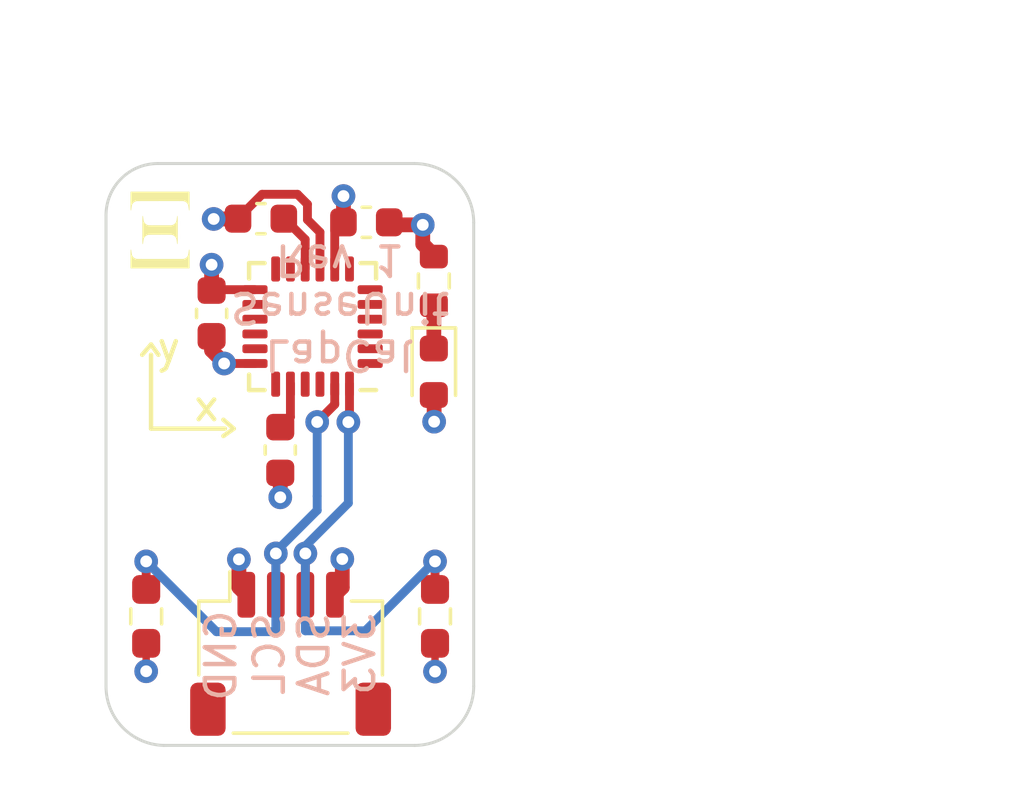
<source format=kicad_pcb>
(kicad_pcb (version 20211014) (generator pcbnew)
  (layers (0 "F.Cu" signal) (1 "In1.Cu" power) (2 "In2.Cu" power) (31 "B.Cu" signal) (34 "B.Paste" user) (35 "F.Paste" user) (36 "B.SilkS" user "B.Silkscreen") (37 "F.SilkS" user "F.Silkscreen") (38 "B.Mask" user) (39 "F.Mask" user) (44 "Edge.Cuts" user))
  (net 0 "")
  (net 1 "Net-(C1-Pad1)")
  (net 2 "GND")
  (net 3 "+3V3")
  (net 4 "Net-(C3-Pad1)")
  (net 5 "SCL")
  (net 6 "SDA")
  (net 10 "Net-(D1-Pad1)")
  (footprint "Capacitor_SMD:C_0603_1608Metric" (layer "F.Cu") (at 151.895 109.866 180)
    (fp_text reference "C1")
    (fp_text value "0.1uF")
    (fp_line (start -0.14058 0.51) (end 0.14058 0.51) (layer "F.SilkS") (width 0.12))
    (fp_line (start -0.14058 -0.51) (end 0.14058 -0.51) (layer "F.SilkS") (width 0.12))
    (pad "1" smd roundrect (at -0.775 0 180) (size 0.9 0.95) (layers "F.Cu" "F.Paste" "F.Mask") (net 1 "Net-(C1-Pad1)"))
    (pad "2" smd roundrect (at 0.775 0 180) (size 0.9 0.95) (layers "F.Cu" "F.Paste" "F.Mask") (net 2 "GND"))
  )
  (footprint "Sensor_Motion:InvenSense_QFN-24_4x4mm_P0.5mm" (layer "F.Cu") (at 153.644 113.52 180)
    (fp_text reference "U1")
    (fp_text value "MPU-6050")
    (fp_line (start 2.15 -2.15) (end 2.15 -1.625) (layer "F.SilkS") (width 0.15))
    (fp_line (start 2.15 -2.15) (end 1.625 -2.15) (layer "F.SilkS") (width 0.15))
    (fp_line (start 2.15 2.15) (end 1.625 2.15) (layer "F.SilkS") (width 0.15))
    (fp_line (start -2.15 2.15) (end -2.15 1.625) (layer "F.SilkS") (width 0.15))
    (fp_line (start -2.15 -2.15) (end -1.625 -2.15) (layer "F.SilkS") (width 0.15))
    (fp_line (start 2.15 2.15) (end 2.15 1.625) (layer "F.SilkS") (width 0.15))
    (fp_line (start -2.15 2.15) (end -1.625 2.15) (layer "F.SilkS") (width 0.15))
    (pad "1" smd roundrect (at -1.95 -1.25 180) (size 0.85 0.3) (layers "F.Cu" "F.Paste" "F.Mask"))
    (pad "2" smd roundrect (at -1.95 -0.75 180) (size 0.85 0.3) (layers "F.Cu" "F.Paste" "F.Mask"))
    (pad "3" smd roundrect (at -1.95 -0.25 180) (size 0.85 0.3) (layers "F.Cu" "F.Paste" "F.Mask"))
    (pad "4" smd roundrect (at -1.95 0.25 180) (size 0.85 0.3) (layers "F.Cu" "F.Paste" "F.Mask"))
    (pad "5" smd roundrect (at -1.95 0.75 180) (size 0.85 0.3) (layers "F.Cu" "F.Paste" "F.Mask"))
    (pad "6" smd roundrect (at -1.95 1.25 180) (size 0.85 0.3) (layers "F.Cu" "F.Paste" "F.Mask"))
    (pad "7" smd roundrect (at -1.25 1.95 270) (size 0.85 0.3) (layers "F.Cu" "F.Paste" "F.Mask"))
    (pad "8" smd roundrect (at -0.75 1.95 270) (size 0.85 0.3) (layers "F.Cu" "F.Paste" "F.Mask") (net 3 "+3V3"))
    (pad "9" smd roundrect (at -0.25 1.95 270) (size 0.85 0.3) (layers "F.Cu" "F.Paste" "F.Mask") (net 2 "GND"))
    (pad "10" smd roundrect (at 0.25 1.95 270) (size 0.85 0.3) (layers "F.Cu" "F.Paste" "F.Mask") (net 1 "Net-(C1-Pad1)"))
    (pad "11" smd roundrect (at 0.75 1.95 270) (size 0.85 0.3) (layers "F.Cu" "F.Paste" "F.Mask"))
    (pad "12" smd roundrect (at 1.25 1.95 270) (size 0.85 0.3) (layers "F.Cu" "F.Paste" "F.Mask"))
    (pad "13" smd roundrect (at 1.95 1.25 180) (size 0.85 0.3) (layers "F.Cu" "F.Paste" "F.Mask") (net 3 "+3V3"))
    (pad "14" smd roundrect (at 1.95 0.75 180) (size 0.85 0.3) (layers "F.Cu" "F.Paste" "F.Mask"))
    (pad "15" smd roundrect (at 1.95 0.25 180) (size 0.85 0.3) (layers "F.Cu" "F.Paste" "F.Mask"))
    (pad "16" smd roundrect (at 1.95 -0.25 180) (size 0.85 0.3) (layers "F.Cu" "F.Paste" "F.Mask"))
    (pad "17" smd roundrect (at 1.95 -0.75 180) (size 0.85 0.3) (layers "F.Cu" "F.Paste" "F.Mask"))
    (pad "18" smd roundrect (at 1.95 -1.25 180) (size 0.85 0.3) (layers "F.Cu" "F.Paste" "F.Mask") (net 2 "GND"))
    (pad "19" smd roundrect (at 1.25 -1.95 270) (size 0.85 0.3) (layers "F.Cu" "F.Paste" "F.Mask"))
    (pad "20" smd roundrect (at 0.75 -1.95 270) (size 0.85 0.3) (layers "F.Cu" "F.Paste" "F.Mask") (net 4 "Net-(C3-Pad1)"))
    (pad "21" smd roundrect (at 0.25 -1.95 270) (size 0.85 0.3) (layers "F.Cu" "F.Paste" "F.Mask"))
    (pad "22" smd roundrect (at -0.25 -1.95 270) (size 0.85 0.3) (layers "F.Cu" "F.Paste" "F.Mask"))
    (pad "23" smd roundrect (at -0.75 -1.95 270) (size 0.85 0.3) (layers "F.Cu" "F.Paste" "F.Mask") (net 5 "SCL"))
    (pad "24" smd roundrect (at -1.25 -1.95 270) (size 0.85 0.3) (layers "F.Cu" "F.Paste" "F.Mask") (net 6 "SDA"))
  )
  (footprint "Resistor_SMD:R_0603_1608Metric" (layer "F.Cu") (at 157.75 111.975 -90)
    (fp_text reference "R1")
    (fp_text value "2k")
    (fp_line (start -0.237258 -0.5225) (end 0.237258 -0.5225) (layer "F.SilkS") (width 0.12))
    (fp_line (start -0.237258 0.5225) (end 0.237258 0.5225) (layer "F.SilkS") (width 0.12))
    (pad "1" smd roundrect locked (at -0.825 0 270) (size 0.8 0.95) (layers "F.Cu" "F.Paste" "F.Mask") (net 2 "GND"))
    (pad "2" smd roundrect locked (at 0.825 0 270) (size 0.8 0.95) (layers "F.Cu" "F.Paste" "F.Mask") (net 10 "Net-(D1-Pad1)"))
  )
  (footprint "Capacitor_SMD:C_0603_1608Metric" (layer "F.Cu") (at 150.225 113.075 -90)
    (fp_text reference "C2")
    (fp_text value "0.1uF")
    (fp_line (start -0.14058 -0.51) (end 0.14058 -0.51) (layer "F.SilkS") (width 0.12))
    (fp_line (start -0.14058 0.51) (end 0.14058 0.51) (layer "F.SilkS") (width 0.12))
    (pad "1" smd roundrect (at -0.775 0 270) (size 0.9 0.95) (layers "F.Cu" "F.Paste" "F.Mask") (net 3 "+3V3"))
    (pad "2" smd roundrect (at 0.775 0 270) (size 0.9 0.95) (layers "F.Cu" "F.Paste" "F.Mask") (net 2 "GND"))
  )
  (footprint "MountingHole:MountingHole_2.1mm" (layer "F.Cu") (at 156.55 118.9)
    (fp_text reference "H1")
    (fp_text value "MountingHole")
    (pad "" np_thru_hole circle (at 0 0) (size 2.1 2.1) (drill 2.1) (layers *.Cu *.Mask))
  )
  (footprint "Resistor_SMD:R_0603_1608Metric_Pad0.98x0.95mm_HandSolder" (layer "F.Cu") (at 157.79 123.3325 90)
    (fp_text reference "R2")
    (fp_text value "4k7")
    (fp_line (start -0.254724 -0.5225) (end 0.254724 -0.5225) (layer "F.SilkS") (width 0.12))
    (fp_line (start -0.254724 0.5225) (end 0.254724 0.5225) (layer "F.SilkS") (width 0.12))
    (pad "1" smd roundrect locked (at -0.9125 0 90) (size 0.975 0.95) (layers "F.Cu" "F.Paste" "F.Mask") (net 3 "+3V3"))
    (pad "2" smd roundrect locked (at 0.9125 0 90) (size 0.975 0.95) (layers "F.Cu" "F.Paste" "F.Mask") (net 6 "SDA"))
  )
  (footprint "Capacitor_SMD:C_0603_1608Metric" (layer "F.Cu") (at 155.464 109.99)
    (fp_text reference "C4")
    (fp_text value "10nF")
    (fp_line (start -0.14058 -0.51) (end 0.14058 -0.51) (layer "F.SilkS") (width 0.12))
    (fp_line (start -0.14058 0.51) (end 0.14058 0.51) (layer "F.SilkS") (width 0.12))
    (pad "1" smd roundrect (at -0.775 0) (size 0.9 0.95) (layers "F.Cu" "F.Paste" "F.Mask") (net 3 "+3V3"))
    (pad "2" smd roundrect (at 0.775 0) (size 0.9 0.95) (layers "F.Cu" "F.Paste" "F.Mask") (net 2 "GND"))
  )
  (footprint "Capacitor_SMD:C_0603_1608Metric" (layer "F.Cu") (at 152.55 117.7 -90)
    (fp_text reference "C3")
    (fp_text value "2.2nF")
    (fp_line (start -0.14058 0.51) (end 0.14058 0.51) (layer "F.SilkS") (width 0.12))
    (fp_line (start -0.14058 -0.51) (end 0.14058 -0.51) (layer "F.SilkS") (width 0.12))
    (pad "1" smd roundrect locked (at -0.775 0 270) (size 0.9 0.95) (layers "F.Cu" "F.Paste" "F.Mask") (net 4 "Net-(C3-Pad1)"))
    (pad "2" smd roundrect locked (at 0.775 0 270) (size 0.9 0.95) (layers "F.Cu" "F.Paste" "F.Mask") (net 2 "GND"))
  )
  (footprint "Resistor_SMD:R_0603_1608Metric_Pad0.98x0.95mm_HandSolder" (layer "F.Cu") (at 148.01 123.3325 90)
    (fp_text reference "R3")
    (fp_text value "4k7")
    (fp_line (start -0.254724 -0.5225) (end 0.254724 -0.5225) (layer "F.SilkS") (width 0.12))
    (fp_line (start -0.254724 0.5225) (end 0.254724 0.5225) (layer "F.SilkS") (width 0.12))
    (pad "1" smd roundrect locked (at -0.9125 0 90) (size 0.975 0.95) (layers "F.Cu" "F.Paste" "F.Mask") (net 3 "+3V3"))
    (pad "2" smd roundrect locked (at 0.9125 0 90) (size 0.975 0.95) (layers "F.Cu" "F.Paste" "F.Mask") (net 5 "SCL"))
  )
  (footprint "xi-logo:xi-logo" (layer "F.Cu") (at 148.48 110.25)
    (fp_text reference "G***")
    (fp_text value "LOGO" hide)
    (fp_poly (pts (xy 0.987555 0.661821) (xy 0.98803 0.662012) (xy 0.989609 0.662579) (xy 0.991044 0.663033) (xy 0.992341 0.66356) (xy 0.993506 0.664345) (xy 0.994548 0.665574) (xy 0.995472 0.667433) (xy 0.996287 0.670107) (xy 0.996998 0.673782) (xy 0.997613 0.678643) (xy 0.998138 0.684876) (xy 0.998582 0.692667) (xy 0.998949 0.702202) (xy 0.999248 0.713665) (xy 0.999486 0.727243) (xy 0.999669 0.74312) (xy 0.999804 0.761484) (xy 0.999899 0.782519) (xy 0.99996 0.806411) (xy 0.999994 0.833345) (xy 1.000008 0.863508) (xy 1.000009 0.897085) (xy 1.000004 0.93426) (xy 1 0.975221) (xy 0.999999 0.982054) (xy 0.999999 1.288307) (xy 0.994153 1.294153) (xy 0.988307 1.3) (xy -0.988308 1.3) (xy -0.994154 1.294153) (xy -1 1.288307) (xy -1 0.982054) (xy -1.000003 0.940478) (xy -1.000008 0.902716) (xy -1.000009 0.868583) (xy -0.999998 0.837893) (xy -0.999968 0.810461) (xy -0.999912 0.7861) (xy -0.999823 0.764626) (xy -0.999694 0.745853) (xy -0.999519 0.729594) (xy -0.999291 0.715665) (xy -0.999002 0.70388) (xy -0.998646 0.694054) (xy -0.998215 0.685999) (xy -0.997703 0.679532) (xy -0.997102 0.674466) (xy -0.996407 0.670616) (xy -0.995609 0.667797) (xy -0.994703 0.665821) (xy -0.99368 0.664505) (xy -0.992534 0.663662) (xy -0.991259 0.663107) (xy -0.989846 0.662653) (xy -0.98829 0.662117) (xy -0.988031 0.662012) (xy -0.983494 0.660623) (xy -0.9807 0.660658) (xy -0.980584 0.660749) (xy -0.98 0.66297) (xy -0.978936 0.668678) (xy -0.977467 0.677401) (xy -0.975672 0.688666) (xy -0.973624 0.701997) (xy -0.9714 0.716924) (xy -0.969859 0.727519) (xy -0.966346 0.751726) (xy -0.963278 0.772372) (xy -0.960564 0.78986) (xy -0.958113 0.804592) (xy -0.955837 0.816971) (xy -0.953645 0.8274) (xy -0.951446 0.836282) (xy -0.949152 0.844019) (xy -0.946671 0.851015) (xy -0.943914 0.857672) (xy -0.940791 0.864393) (xy -0.938012 0.87) (xy -0.923567 0.89441) (xy -0.906308 0.915985) (xy -0.88627 0.934697) (xy -0.863486 0.950522) (xy -0.83799 0.963432) (xy -0.809816 0.973401) (xy -0.802 0.975523) (xy -0.800681 0.975807) (xy -0.798938 0.976076) (xy -0.796653 0.976329) (xy -0.79371 0.976567) (xy -0.789989 0.97679) (xy -0.785373 0.977) (xy -0.779744 0.977197) (xy -0.772984 0.977381) (xy -0.764975 0.977553) (xy -0.7556 0.977713) (xy -0.744739 0.977863) (xy -0.732276 0.978002) (xy -0.718092 0.978132) (xy -0.702069 0.978253) (xy -0.684089 0.978365) (xy -0.664035 0.97847) (xy -0.641789 0.978567) (xy -0.617232 0.978658) (xy -0.590247 0.978742) (xy -0.560715 0.978822) (xy -0.528519 0.978896) (xy -0.493541 0.978966) (xy -0.455663 0.979032) (xy -0.414767 0.979096) (xy -0.370734 0.979156) (xy -0.323448 0.979215) (xy -0.27279 0.979273) (xy -0.218641 0.97933) (xy -0.160885 0.979387) (xy -0.099403 0.979445) (xy -0.034078 0.979503) (xy -0.012 0.979523) (xy 0.059275 0.979582) (xy 0.126633 0.979631) (xy 0.190156 0.97967) (xy 0.249927 0.979698) (xy 0.306028 0.979716) (xy 0.358542 0.979723) (xy 0.407552 0.979719) (xy 0.453139 0.979704) (xy 0.495387 0.979678) (xy 0.534378 0.97964) (xy 0.570195 0.979591) (xy 0.60292 0.97953) (xy 0.632636 0.979457) (xy 0.659425 0.979372) (xy 0.683371 0.979275) (xy 0.704555 0.979165) (xy 0.72306 0.979043) (xy 0.738968 0.978908) (xy 0.752363 0.97876) (xy 0.763327 0.978599) (xy 0.771942 0.978425) (xy 0.778291 0.978237) (xy 0.782457 0.978036) (xy 0.784 0.977902) (xy 0.811609 0.972612) (xy 0.837718 0.963736) (xy 0.862056 0.951494) (xy 0.884354 0.936106) (xy 0.904343 0.917791) (xy 0.921753 0.89677) (xy 0.936314 0.873262) (xy 0.947755 0.847487) (xy 0.949283 0.843154) (xy 0.950953 0.83799) (xy 0.952515 0.832497) (xy 0.954041 0.826271) (xy 0.955603 0.818911) (xy 0.957272 0.810015) (xy 0.95912 0.79918) (xy 0.961218 0.786005) (xy 0.963637 0.770087) (xy 0.966451 0.751025) (xy 0.969729 0.728415) (xy 0.969858 0.727519) (xy 0.972156 0.711793) (xy 0.97433 0.697346) (xy 0.976302 0.684652) (xy 0.977997 0.674183) (xy 0.979338 0.666414) (xy 0.980251 0.661817) (xy 0.980583 0.660749) (xy 0.983115 0.660559)) (layer "F.SilkS") (width 0) (fill solid))
    (fp_poly (pts (xy 0.58795 -0.477962) (xy 0.592656 -0.474838) (xy 0.596351 -0.471027) (xy 0.597094 -0.469818) (xy 0.59744 -0.467167) (xy 0.597767 -0.460731) (xy 0.598074 -0.450728) (xy 0.598363 -0.437372) (xy 0.598632 -0.420881) (xy 0.598882 -0.40147) (xy 0.599112 -0.379356) (xy 0.599324 -0.354753) (xy 0.599516 -0.327879) (xy 0.599689 -0.29895) (xy 0.599843 -0.268181) (xy 0.599978 -0.235788) (xy 0.600094 -0.201987) (xy 0.60019 -0.166995) (xy 0.600267 -0.131028) (xy 0.600325 -0.094301) (xy 0.600364 -0.057031) (xy 0.600383 -0.019434) (xy 0.600383 0.018275) (xy 0.600365 0.055879) (xy 0.600326 0.093163) (xy 0.600269 0.12991) (xy 0.600193 0.165903) (xy 0.600097 0.200929) (xy 0.599982 0.234769) (xy 0.599848 0.267208) (xy 0.599694 0.29803) (xy 0.599522 0.32702) (xy 0.59933 0.35396) (xy 0.599119 0.378635) (xy 0.598889 0.400829) (xy 0.59864 0.420327) (xy 0.598371 0.43691) (xy 0.598083 0.450365) (xy 0.597776 0.460475) (xy 0.59745 0.467023) (xy 0.597105 0.469794) (xy 0.597094 0.469817) (xy 0.593969 0.473695) (xy 0.589442 0.47711) (xy 0.584779 0.479337) (xy 0.581249 0.479653) (xy 0.580583 0.47925) (xy 0.579999 0.477029) (xy 0.578935 0.471321) (xy 0.577466 0.462598) (xy 0.575671 0.451333) (xy 0.573623 0.438002) (xy 0.571399 0.423075) (xy 0.569858 0.41248) (xy 0.566562 0.389734) (xy 0.563733 0.370549) (xy 0.5613 0.354524) (xy 0.559191 0.341256) (xy 0.557336 0.330343) (xy 0.555661 0.321383) (xy 0.554097 0.313974) (xy 0.552571 0.307714) (xy 0.551011 0.302201) (xy 0.549347 0.297032) (xy 0.549283 0.296845) (xy 0.538346 0.27066) (xy 0.524258 0.246735) (xy 0.50728 0.225285) (xy 0.487677 0.206524) (xy 0.46571 0.190665) (xy 0.441643 0.177924) (xy 0.415738 0.168514) (xy 0.388258 0.16265) (xy 0.384 0.162087) (xy 0.380306 0.161785) (xy 0.374367 0.161511) (xy 0.366065 0.161266) (xy 0.355284 0.16105) (xy 0.341906 0.160861) (xy 0.325817 0.1607) (xy 0.306898 0.160565) (xy 0.285033 0.160457) (xy 0.260106 0.160375) (xy 0.231999 0.160318) (xy 0.200598 0.160286) (xy 0.165784 0.160278) (xy 0.127441 0.160295) (xy 0.085453 0.160335) (xy 0.039702 0.160398) (xy -0.009927 0.160483) (xy -0.012 0.160487) (xy -0.05793 0.160576) (xy -0.100032 0.160663) (xy -0.138477 0.16075) (xy -0.173438 0.160839) (xy -0.205087 0.160931) (xy -0.233595 0.161028) (xy -0.259134 0.161132) (xy -0.281877 0.161246) (xy -0.301995 0.161369) (xy -0.31966 0.161505) (xy -0.335045 0.161655) (xy -0.34832 0.161821) (xy -0.359658 0.162005) (xy -0.36923 0.162208) (xy -0.377209 0.162432) (xy -0.383767 0.162678) (xy -0.389075 0.16295) (xy -0.393306 0.163248) (xy -0.39663 0.163574) (xy -0.399221 0.163931) (xy -0.40125 0.164319) (xy -0.402 0.164498) (xy -0.430796 0.173635) (xy -0.456964 0.185747) (xy -0.480459 0.200798) (xy -0.501235 0.218754) (xy -0.519247 0.239578) (xy -0.534448 0.263235) (xy -0.538012 0.27) (xy -0.541681 0.277537) (xy -0.544916 0.284897) (xy -0.547809 0.292491) (xy -0.550451 0.300732) (xy -0.552935 0.31003) (xy -0.555352 0.320798) (xy -0.557794 0.333447) (xy -0.560354 0.34839) (xy -0.563122 0.366037) (xy -0.566191 0.386801) (xy -0.569652 0.411093) (xy -0.569921 0.413) (xy -0.572039 0.427972) (xy -0.574021 0.44182) (xy -0.575787 0.454) (xy -0.577259 0.463971) (xy -0.578357 0.47119) (xy -0.579001 0.475116) (xy -0.579077 0.4755) (xy -0.580827 0.479062) (xy -0.584205 0.479595) (xy -0.58978 0.477208) (xy -0.590877 0.476683) (xy -0.591891 0.476269) (xy -0.592826 0.475815) (xy -0.593685 0.475169) (xy -0.594472 0.474179) (xy -0.595189 0.472695) (xy -0.59584 0.470565) (xy -0.596428 0.467638) (xy -0.596956 0.463762) (xy -0.597428 0.458785) (xy -0.597846 0.452557) (xy -0.598214 0.444926) (xy -0.598536 0.435741) (xy -0.598814 0.42485) (xy -0.599051 0.412101) (xy -0.599252 0.397344) (xy -0.599418 0.380427) (xy -0.599554 0.361198) (xy -0.599662 0.339507) (xy -0.599745 0.315201) (xy -0.599808 0.288129) (xy -0.599853 0.258141) (xy -0.599883 0.225084) (xy -0.599902 0.188807) (xy -0.599913 0.149159) (xy -0.599919 0.105988) (xy -0.599923 0.059143) (xy -0.599928 0.008473) (xy -0.59993 0.0004) (xy -0.59994 -0.051041) (xy -0.599953 -0.098633) (xy -0.599965 -0.142526) (xy -0.599972 -0.18287) (xy -0.599969 -0.219816) (xy -0.599955 -0.253514) (xy -0.599924 -0.284115) (xy -0.599873 -0.311769) (xy -0.599798 -0.336627) (xy -0.599696 -0.358838) (xy -0.599562 -0.378554) (xy -0.599394 -0.395925) (xy -0.599186 -0.411101) (xy -0.598937 -0.424233) (xy -0.598641 -0.435471) (xy -0.598295 -0.444966) (xy -0.597895 -0.452868) (xy -0.597438 -0.459327) (xy -0.59692 -0.464495) (xy -0.596337 -0.46852) (xy -0.595685 -0.471555) (xy -0.59496 -0.473749) (xy -0.59416 -0.475253) (xy -0.59328 -0.476217) (xy -0.592316 -0.476792) (xy -0.591264 -0.477127) (xy -0.590122 -0.477375) (xy -0.588884 -0.477684) (xy -0.588031 -0.477988) (xy -0.583494 -0.479377) (xy -0.5807 -0.479342) (xy -0.580584 -0.479251) (xy -0.58 -0.47703) (xy -0.578936 -0.471322) (xy -0.577467 -0.462599) (xy -0.575672 -0.451334) (xy -0.573624 -0.438003) (xy -0.5714 -0.423076) (xy -0.569859 -0.412481) (xy -0.566563 -0.389735) (xy -0.563734 -0.37055) (xy -0.561301 -0.354525) (xy -0.559192 -0.341257) (xy -0.557337 -0.330344) (xy -0.555662 -0.321384) (xy -0.554098 -0.313975) (xy -0.552572 -0.307715) (xy -0.551012 -0.302202) (xy -0.549348 -0.297033) (xy -0.549284 -0.296846) (xy -0.538409 -0.270862) (xy -0.524296 -0.246945) (xy -0.507219 -0.225374) (xy -0.487449 -0.206424) (xy -0.465259 -0.190373) (xy -0.440923 -0.177499) (xy -0.426009 -0.171623) (xy -0.422506 -0.170375) (xy -0.419366 -0.169232) (xy -0.416412 -0.168187) (xy -0.413466 -0.167236) (xy -0.410351 -0.166374) (xy -0.40689 -0.165597) (xy -0.402904 -0.1649) (xy -0.398216 -0.164278) (xy -0.392649 -0.163725) (xy -0.386025 -0.163239) (xy -0.378167 -0.162812) (xy -0.368897 -0.162442) (xy -0.358037 -0.162123) (xy -0.345411 -0.16185) (xy -0.33084 -0.161618) (xy -0.314148 -0.161424) (xy -0.295156 -0.161261) (xy -0.273687 -0.161126) (xy -0.249563 -0.161013) (xy -0.222608 -0.160917) (xy -0.192643 -0.160835) (xy -0.159491 -0.160761) (xy -0.122974 -0.16069) (xy -0.082915 -0.160617) (xy -0.039137 -0.160538) (xy -0.012 -0.160488) (xy 0.037786 -0.160402) (xy 0.08369 -0.160338) (xy 0.125827 -0.160297) (xy 0.164314 -0.160279) (xy 0.199267 -0.160286) (xy 0.230804 -0.160317) (xy 0.25904 -0.160373) (xy 0.284092 -0.160454) (xy 0.306078 -0.160561) (xy 0.325113 -0.160695) (xy 0.341314 -0.160855) (xy 0.354798 -0.161043) (xy 0.365681 -0.161258) (xy 0.37408 -0.161502) (xy 0.380112 -0.161774) (xy 0.383893 -0.162075) (xy 0.384 -0.162088) (xy 0.411637 -0.167396) (xy 0.437765 -0.176287) (xy 0.462115 -0.188543) (xy 0.484419 -0.203945) (xy 0.504408 -0.222273) (xy 0.521813 -0.24331) (xy 0.536366 -0.266835) (xy 0.547798 -0.29263) (xy 0.549283 -0.296846) (xy 0.550953 -0.30201) (xy 0.552515 -0.307503) (xy 0.554041 -0.313729) (xy 0.555603 -0.321089) (xy 0.557272 -0.329985) (xy 0.55912 -0.34082) (xy 0.561218 -0.353995) (xy 0.563637 -0.369913) (xy 0.566451 -0.388975) (xy 0.569729 -0.411585) (xy 0.569858 -0.412481) (xy 0.572156 -0.428207) (xy 0.57433 -0.442654) (xy 0.576302 -0.455348) (xy 0.577997 -0.465817) (xy 0.579338 -0.473586) (xy 0.580251 -0.478183) (xy 0.580583 -0.479251) (xy 0.583503 -0.479675)) (layer "F.SilkS") (width 0) (fill solid))
    (fp_poly (pts (xy 0.994153 -1.294154) (xy 1 -1.288308) (xy 1 -0.982055) (xy 1.000003 -0.940479) (xy 1.000008 -0.902717) (xy 1.000009 -0.868584) (xy 0.999997 -0.837894) (xy 0.999967 -0.810462) (xy 0.999911 -0.786101) (xy 0.999822 -0.764627) (xy 0.999693 -0.745854) (xy 0.999518 -0.729595) (xy 0.99929 -0.715666) (xy 0.999001 -0.703881) (xy 0.998645 -0.694055) (xy 0.998214 -0.686) (xy 0.997702 -0.679533) (xy 0.997101 -0.674467) (xy 0.996406 -0.670617) (xy 0.995608 -0.667798) (xy 0.994702 -0.665822) (xy 0.993679 -0.664506) (xy 0.992533 -0.663663) (xy 0.991258 -0.663108) (xy 0.989845 -0.662654) (xy 0.988289 -0.662118) (xy 0.98803 -0.662013) (xy 0.983493 -0.660624) (xy 0.980699 -0.660659) (xy 0.980583 -0.66075) (xy 0.979999 -0.662971) (xy 0.978935 -0.668679) (xy 0.977466 -0.677402) (xy 0.975671 -0.688667) (xy 0.973623 -0.701998) (xy 0.971399 -0.716925) (xy 0.969858 -0.72752) (xy 0.966562 -0.750266) (xy 0.963733 -0.769451) (xy 0.9613 -0.785476) (xy 0.959191 -0.798744) (xy 0.957336 -0.809657) (xy 0.955661 -0.818617) (xy 0.954097 -0.826026) (xy 0.952571 -0.832286) (xy 0.951011 -0.837799) (xy 0.949347 -0.842968) (xy 0.949283 -0.843155) (xy 0.938351 -0.869329) (xy 0.924268 -0.893247) (xy 0.907297 -0.914693) (xy 0.887704 -0.933453) (xy 0.865751 -0.949311) (xy 0.841703 -0.962053) (xy 0.815823 -0.971463) (xy 0.788375 -0.977325) (xy 0.784 -0.977903) (xy 0.78117 -0.978113) (xy 0.776209 -0.978309) (xy 0.769034 -0.978492) (xy 0.759563 -0.978661) (xy 0.747712 -0.978817) (xy 0.7334 -0.97896) (xy 0.716544 -0.979091) (xy 0.697061 -0.979208) (xy 0.674869 -0.979313) (xy 0.649884 -0.979406) (xy 0.622026 -0.979487) (xy 0.59121 -0.979555) (xy 0.557355 -0.979612) (xy 0.520377 -0.979656) (xy 0.480195 -0.97969) (xy 0.436726 -0.979712) (xy 0.389886 -0.979723) (xy 0.339594 -0.979723) (xy 0.285767 -0.979712) (xy 0.228323 -0.97969) (xy 0.167178 -0.979658) (xy 0.102251 -0.979615) (xy 0.033458 -0.979562) (xy -0.012 -0.979524) (xy -0.078601 -0.979465) (xy -0.141319 -0.979407) (xy -0.200273 -0.97935) (xy -0.255581 -0.979293) (xy -0.30736 -0.979235) (xy -0.35573 -0.979177) (xy -0.400806 -0.979117) (xy -0.442709 -0.979054) (xy -0.481555 -0.978989) (xy -0.517463 -0.97892) (xy -0.55055 -0.978847) (xy -0.580935 -0.97877) (xy -0.608734 -0.978687) (xy -0.634068 -0.978598) (xy -0.657052 -0.978503) (xy -0.677805 -0.978401) (xy -0.696446 -0.978291) (xy -0.713092 -0.978173) (xy -0.72786 -0.978047) (xy -0.74087 -0.97791) (xy -0.752239 -0.977764) (xy -0.762084 -0.977607) (xy -0.770524 -0.977439) (xy -0.777677 -0.977259) (xy -0.783661 -0.977067) (xy -0.788593 -0.976861) (xy -0.792591 -0.976642) (xy -0.795775 -0.976409) (xy -0.79826 -0.976161) (xy -0.800166 -0.975897) (xy -0.801611 -0.975618) (xy -0.802 -0.975524) (xy -0.83087 -0.966329) (xy -0.857071 -0.954186) (xy -0.880568 -0.939122) (xy -0.901329 -0.921163) (xy -0.919318 -0.900336) (xy -0.934503 -0.876665) (xy -0.938012 -0.87) (xy -0.941681 -0.862463) (xy -0.944916 -0.855103) (xy -0.947809 -0.847509) (xy -0.950451 -0.839268) (xy -0.952935 -0.82997) (xy -0.955352 -0.819202) (xy -0.957794 -0.806553) (xy -0.960354 -0.79161) (xy -0.963122 -0.773963) (xy -0.966191 -0.753199) (xy -0.969652 -0.728907) (xy -0.969921 -0.727) (xy -0.972039 -0.712028) (xy -0.974021 -0.69818) (xy -0.975787 -0.686) (xy -0.977259 -0.676029) (xy -0.978357 -0.66881) (xy -0.979001 -0.664884) (xy -0.979077 -0.6645) (xy -0.980827 -0.660938) (xy -0.984205 -0.660405) (xy -0.98978 -0.662792) (xy -0.991113 -0.663467) (xy -0.992322 -0.66407) (xy -0.993415 -0.664789) (xy -0.994398 -0.66581) (xy -0.995275 -0.667319) (xy -0.996054 -0.669505) (xy -0.996739 -0.672553) (xy -0.997338 -0.676651) (xy -0.997856 -0.681986) (xy -0.998299 -0.688745) (xy -0.998672 -0.697114) (xy -0.998983 -0.707281) (xy -0.999236 -0.719432) (xy -0.999438 -0.733755) (xy -0.999595 -0.750436) (xy -0.999712 -0.769662) (xy -0.999796 -0.791621) (xy -0.999853 -0.816498) (xy -0.999888 -0.844482) (xy -0.999907 -0.875759) (xy -0.999917 -0.910515) (xy -0.999923 -0.948939) (xy -0.99993 -0.981654) (xy -1 -1.288308) (xy -0.988308 -1.3) (xy 0.988307 -1.3)) (layer "F.SilkS") (width 0) (fill solid))
  )
  (footprint "MountingHole:MountingHole_2.1mm" (layer "F.Cu") (at 149.2 118.9)
    (fp_text reference "H2")
    (fp_text value "MountingHole")
    (pad "" np_thru_hole circle (at 0 0) (size 2.1 2.1) (drill 2.1) (layers *.Cu *.Mask))
  )
  (footprint "Connector_JST:JST_SH_SM04B-SRSS-TB_1x04-1MP_P1.00mm_Horizontal" (layer "F.Cu") (at 152.9 124.6)
    (fp_text reference "J1")
    (fp_text value "SM04B-SRSS-TB(LF)(SN)")
    (fp_line (start -1.94 2.685) (end 1.94 2.685) (layer "F.SilkS") (width 0.12))
    (fp_line (start -3.11 0.715) (end -3.11 -1.785) (layer "F.SilkS") (width 0.12))
    (fp_line (start -2.06 -1.785) (end -2.06 -2.775) (layer "F.SilkS") (width 0.12))
    (fp_line (start 3.11 0.715) (end 3.11 -1.785) (layer "F.SilkS") (width 0.12))
    (fp_line (start 3.11 -1.785) (end 2.06 -1.785) (layer "F.SilkS") (width 0.12))
    (fp_line (start -3.11 -1.785) (end -2.06 -1.785) (layer "F.SilkS") (width 0.12))
    (pad "1" smd roundrect (at -1.5 -2) (size 0.6 1.55) (layers "F.Cu" "F.Paste" "F.Mask") (net 2 "GND"))
    (pad "2" smd roundrect (at -0.5 -2) (size 0.6 1.55) (layers "F.Cu" "F.Paste" "F.Mask") (net 5 "SCL"))
    (pad "3" smd roundrect (at 0.5 -2) (size 0.6 1.55) (layers "F.Cu" "F.Paste" "F.Mask") (net 6 "SDA"))
    (pad "4" smd roundrect (at 1.5 -2) (size 0.6 1.55) (layers "F.Cu" "F.Paste" "F.Mask") (net 3 "+3V3"))
    (pad "MP" smd roundrect (at 2.8 1.875) (size 1.2 1.8) (layers "F.Cu" "F.Paste" "F.Mask") (roundrect_rratio 0.2083333333))
    (pad "MP" smd roundrect (at -2.8 1.875) (size 1.2 1.8) (layers "F.Cu" "F.Paste" "F.Mask") (roundrect_rratio 0.2083333333))
  )
  (footprint "LED_SMD:LED_0603_1608Metric" (layer "F.Cu") (at 157.75 115.05 -90)
    (fp_text reference "D1")
    (fp_text value "Blue")
    (fp_line (start -1.485 0.735) (end 0.8 0.735) (layer "F.SilkS") (width 0.12))
    (fp_line (start -1.485 -0.735) (end -1.485 0.735) (layer "F.SilkS") (width 0.12))
    (fp_line (start 0.8 -0.735) (end -1.485 -0.735) (layer "F.SilkS") (width 0.12))
    (pad "1" smd roundrect locked (at -0.7875 0 270) (size 0.875 0.95) (layers "F.Cu" "F.Paste" "F.Mask") (net 10 "Net-(D1-Pad1)"))
    (pad "2" smd roundrect locked (at 0.7875 0 270) (size 0.875 0.95) (layers "F.Cu" "F.Paste" "F.Mask") (net 3 "+3V3"))
  )
  (gr_line (start 150.975 116.975) (end 150.625 117.225) (layer "F.SilkS") (width 0.15))
  (gr_line (start 148.175 114.125) (end 148.425 114.475) (layer "F.SilkS") (width 0.15))
  (gr_line (start 148.175 114.475) (end 148.175 116.975) (layer "F.SilkS") (width 0.15))
  (gr_line (start 150.625 116.675) (end 150.975 116.975) (layer "F.SilkS") (width 0.15))
  (gr_line (start 147.875 114.475) (end 148.175 114.125) (layer "F.SilkS") (width 0.15))
  (gr_line (start 148.175 116.975) (end 150.675 116.975) (layer "F.SilkS") (width 0.15))
  (gr_line (start 146.65 109.75) (end 146.65 125.7) (layer "Edge.Cuts") (width 0.1))
  (gr_arc (start 146.65 109.75) (mid 147.162563 108.512563) (end 148.4 108) (layer "Edge.Cuts") (width 0.1))
  (gr_arc (start 159.1 125.7) (mid 158.514214 127.114214) (end 157.1 127.7) (layer "Edge.Cuts") (width 0.1))
  (gr_arc (start 148.6 127.7) (mid 147.218156 127.096662) (end 146.65 125.7) (layer "Edge.Cuts") (width 0.1))
  (gr_arc (start 157.1 108) (mid 158.514214 108.585786) (end 159.1 110) (layer "Edge.Cuts") (width 0.1))
  (gr_line (start 157.1 108) (end 148.4 108) (layer "Edge.Cuts") (width 0.1))
  (gr_line (start 157.1 127.7) (end 148.6 127.7) (layer "Edge.Cuts") (width 0.1))
  (gr_line (start 159.1 125.7) (end 159.1 110) (layer "Edge.Cuts") (width 0.1))
  (gr_text "SDA\n" (at 153.69 124.62 90) (layer "B.SilkS") (effects (font (size 1 1)) (justify mirror)))
  (gr_text "LapCal\nSenseUnit\nRev 1" (at 154.57 112.87 180) (layer "B.SilkS") (effects (font (size 1 1)) (justify mirror)))
  (gr_text "SCL\n" (at 152.18 124.6 90) (layer "B.SilkS") (effects (font (size 1 1)) (justify mirror)))
  (gr_text "3V3\n" (at 155.24 124.6 90) (layer "B.SilkS") (effects (font (size 1 1)) (justify mirror)))
  (gr_text "GND\n" (at 150.54 124.66 90) (layer "B.SilkS") (effects (font (size 1 1)) (justify mirror)))
  (gr_text "y" (at 148.775 114.225) (layer "F.SilkS") (effects (font (size 1 1))))
  (gr_text "x" (at 150.05 116.2) (layer "F.SilkS") (effects (font (size 1 1))))
  (segment (start 153.394 111.57) (end 153.394 110.569) (width 0.3) (layer "F.Cu") (net 1))
  (segment (start 153.394 110.569) (end 152.675 109.85) (width 0.3) (layer "F.Cu") (net 1))
  (segment (start 156.35 110.075) (end 156.25 109.975) (width 0.5) (layer "F.Cu") (net 2))
  (segment (start 157.375 110.075) (end 156.35 110.075) (width 0.5) (layer "F.Cu") (net 2))
  (segment (start 150.225 113.85) (end 150.225 114.325) (width 0.5) (layer "F.Cu") (net 2))
  (segment (start 150.225 114.325) (end 150.65 114.75) (width 0.5) (layer "F.Cu") (net 2))
  (segment (start 157.375 110.725) (end 157.775 111.125) (width 0.5) (layer "F.Cu") (net 2))
  (segment (start 153.47 109.377827) (end 153.133173 109.041) (width 0.3) (layer "F.Cu") (net 2))
  (segment (start 151.15 122.35) (end 151.4 122.6) (width 0.5) (layer "F.Cu") (net 2))
  (segment (start 153.133173 109.041) (end 151.934 109.041) (width 0.3) (layer "F.Cu") (net 2))
  (segment (start 152.55 119.35) (end 152.55 118.5) (width 0.5) (layer "F.Cu") (net 2))
  (segment (start 153.894 110.324) (end 153.47 109.9) (width 0.3) (layer "F.Cu") (net 2))
  (segment (start 153.894 111.57) (end 153.894 110.324) (width 0.3) (layer "F.Cu") (net 2))
  (segment (start 153.47 109.9) (end 153.47 109.377827) (width 0.3) (layer "F.Cu") (net 2))
  (segment (start 150.296 109.876) (end 151.121 109.876) (width 0.5) (layer "F.Cu") (net 2))
  (segment (start 151.15 121.4) (end 151.15 122.35) (width 0.5) (layer "F.Cu") (net 2))
  (segment (start 150.85 114.77) (end 151.7 114.77) (width 0.3) (layer "F.Cu") (net 2))
  (segment (start 157.375 110.075) (end 157.375 110.725) (width 0.5) (layer "F.Cu") (net 2))
  (segment (start 151.934 109.041) (end 151.125 109.85) (width 0.3) (layer "F.Cu") (net 2))
  (via (at 157.375 110.075) (size 0.8) (drill 0.4) (layers "F.Cu" "B.Cu") (net 2))
  (via (at 150.296 109.876) (size 0.8) (drill 0.4) (layers "F.Cu" "B.Cu") (net 2))
  (via (at 150.65 114.77) (size 0.8) (drill 0.4) (layers "F.Cu" "B.Cu") (net 2))
  (via (at 152.55 119.3) (size 0.8) (drill 0.4) (layers "F.Cu" "B.Cu") (net 2))
  (via (at 151.15 121.4) (size 0.8) (drill 0.4) (layers "F.Cu" "B.Cu") (net 2))
  (segment (start 151.694 112.27) (end 150.255 112.27) (width 0.3) (layer "F.Cu") (net 3))
  (segment (start 148.01 124.245) (end 148.01 125.13) (width 0.25) (layer "F.Cu") (net 3))
  (segment (start 154.689 109.99) (end 154.394 110.285) (width 0.3) (layer "F.Cu") (net 3))
  (segment (start 150.255 112.27) (end 150.225 112.3) (width 0.3) (layer "F.Cu") (net 3))
  (segment (start 154.394 110.285) (end 154.394 111.575) (width 0.3) (layer "F.Cu") (net 3))
  (segment (start 154.65 122.35) (end 154.4 122.6) (width 0.5) (layer "F.Cu") (net 3))
  (segment (start 150.225 111.425) (end 150.225 112.275) (width 0.5) (layer "F.Cu") (net 3))
  (segment (start 154.65 121.4) (end 154.65 122.35) (width 0.5) (layer "F.Cu") (net 3))
  (segment (start 157.76 116.74) (end 157.76 115.83) (width 0.5) (layer "F.Cu") (net 3))
  (segment (start 154.69 109.1) (end 154.69 110.075) (width 0.5) (layer "F.Cu") (net 3))
  (segment (start 154.509 110.206) (end 154.715 110) (width 0.3) (layer "F.Cu") (net 3))
  (segment (start 157.79 124.245) (end 157.79 125.19) (width 0.25) (layer "F.Cu") (net 3))
  (segment (start 150.225 112.275) (end 150.25 112.3) (width 0.5) (layer "F.Cu") (net 3))
  (via (at 157.76 116.74) (size 0.8) (drill 0.4) (layers "F.Cu" "B.Cu") (net 3))
  (via (at 154.65 121.39) (size 0.8) (drill 0.4) (layers "F.Cu" "B.Cu") (net 3))
  (via (at 154.69 109.1) (size 0.8) (drill 0.4) (layers "F.Cu" "B.Cu") (net 3))
  (via (at 148.01 125.19) (size 0.8) (drill 0.4) (layers "F.Cu" "B.Cu") (net 3))
  (via (at 157.79 125.2) (size 0.8) (drill 0.4) (layers "F.Cu" "B.Cu") (net 3))
  (via (at 150.225 111.425) (size 0.8) (drill 0.4) (layers "F.Cu" "B.Cu") (net 3))
  (segment (start 152.55 116.925) (end 152.894 116.581) (width 0.3) (layer "F.Cu") (net 4))
  (segment (start 152.894 116.581) (end 152.894 115.45) (width 0.3) (layer "F.Cu") (net 4))
  (segment (start 154.394 116.106) (end 154.394 116.156) (width 0.3) (layer "F.Cu") (net 5))
  (segment (start 152.4 121.2) (end 152.4 122.55) (width 0.3) (layer "F.Cu") (net 5))
  (segment (start 154.394 115.47) (end 154.394 116.106) (width 0.3) (layer "F.Cu") (net 5))
  (segment (start 154.394 116.156) (end 153.8 116.75) (width 0.3) (layer "F.Cu") (net 5))
  (segment (start 148.01 121.47) (end 148.01 122.42) (width 0.3) (layer "F.Cu") (net 5))
  (via (at 148.01 121.47) (size 0.8) (drill 0.4) (layers "F.Cu" "B.Cu") (net 5))
  (via (at 152.4 121.2) (size 0.8) (drill 0.4) (layers "F.Cu" "B.Cu") (net 5))
  (via (at 153.8 116.75) (size 0.8) (drill 0.4) (layers "F.Cu" "B.Cu") (net 5))
  (segment (start 153.8 119.74) (end 153.799339 119.74) (width 0.3) (layer "B.Cu") (net 5))
  (segment (start 150.39 123.85) (end 148.01 121.47) (width 0.3) (layer "B.Cu") (net 5))
  (segment (start 153.8 119.73) (end 153.8 119.74) (width 0.3) (layer "B.Cu") (net 5))
  (segment (start 152.4 121.2) (end 152.4 123.85) (width 0.3) (layer "B.Cu") (net 5))
  (segment (start 153.8 119.260661) (end 153.8 119.73) (width 0.3) (layer "B.Cu") (net 5))
  (segment (start 153.799339 119.74) (end 152.38 121.159339) (width 0.3) (layer "B.Cu") (net 5))
  (segment (start 152.4 123.85) (end 150.39 123.85) (width 0.3) (layer "B.Cu") (net 5))
  (segment (start 153.8 116.75) (end 153.8 119.260661) (width 0.3) (layer "B.Cu") (net 5))
  (segment (start 154.855304 116.644696) (end 154.855304 116.75465) (width 0.3) (layer "F.Cu") (net 6))
  (segment (start 154.894 116.606) (end 154.855304 116.644696) (width 0.3) (layer "F.Cu") (net 6))
  (segment (start 153.4 121.2) (end 153.4 122.6) (width 0.3) (layer "F.Cu") (net 6))
  (segment (start 154.894 115.47) (end 154.894 116.606) (width 0.3) (layer "F.Cu") (net 6))
  (segment (start 157.79 121.48) (end 157.79 122.42) (width 0.3) (layer "F.Cu") (net 6))
  (via (at 153.4 121.2) (size 0.8) (drill 0.4) (layers "F.Cu" "B.Cu") (net 6))
  (via (at 157.79 121.47) (size 0.8) (drill 0.4) (layers "F.Cu" "B.Cu") (net 6))
  (via (at 154.855304 116.75465) (size 0.8) (drill 0.4) (layers "F.Cu" "B.Cu") (net 6))
  (segment (start 154.855304 116.75465) (end 154.855304 119.494696) (width 0.3) (layer "B.Cu") (net 6))
  (segment (start 153.4 123.82) (end 155.43 123.82) (width 0.3) (layer "B.Cu") (net 6))
  (segment (start 155.43 123.82) (end 157.78 121.47) (width 0.3) (layer "B.Cu") (net 6))
  (segment (start 153.4 121.2) (end 153.4 123.82) (width 0.3) (layer "B.Cu") (net 6))
  (segment (start 153.4 120.95) (end 153.4 121.2) (width 0.3) (layer "B.Cu") (net 6))
  (segment (start 154.855304 119.494696) (end 153.4 120.95) (width 0.3) (layer "B.Cu") (net 6))
  (segment (start 157.75 112.8) (end 157.75 114.25) (width 0.5) (layer "F.Cu") (net 10))
)
</source>
